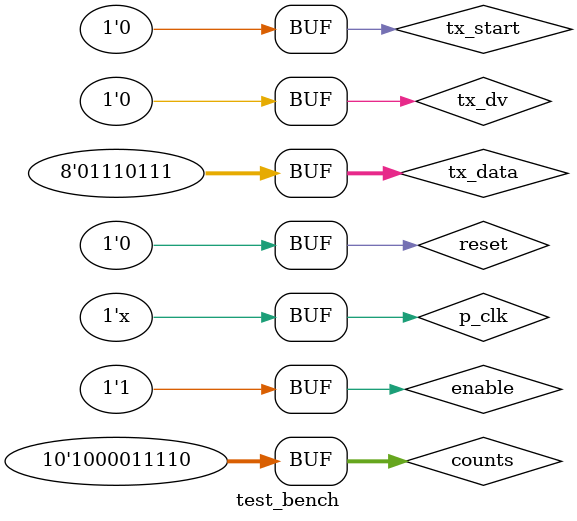
<source format=v>
`timescale 1ns / 1ps


module test_bench();

    reg     p_clk;
    reg     reset;
    
    // baud gen
    reg[9:0]    counts;
    reg         enable;
    wire        tick;
    
    // rx
    wire[7:0]   rx_data;
    wire        rx_done;
    
    // tx
    reg[7:0]    tx_data;
    reg         tx_dv;
    reg         tx_start;
    wire        tx;
    wire        tx_done;
    

    receiver rx_0(p_clk, reset, tx, rx_data, rx_done, tick);
    baud_rate_gen #(.BITS(10)) brg(p_clk, reset, counts, enable, tick);
    transmitter tx_0(p_clk, reset, tx_data, tx_dv, tx_start, tx, tx_done, tick);
   
    always #0.5 p_clk = ~p_clk;
    initial begin
        p_clk = 1;
        reset = 1;
        
        counts = 542;
        enable = 0;
        
        tx_data = 8'h77;
        tx_dv = 0;
        tx_start = 0;
        
        #100
        reset = 0;
        tx_dv  = 1;
        
        #100
        tx_dv = 0;
        tx_start = 1;
        enable = 1;
        
        #100 
        tx_start = 0;
    
    end
endmodule

</source>
